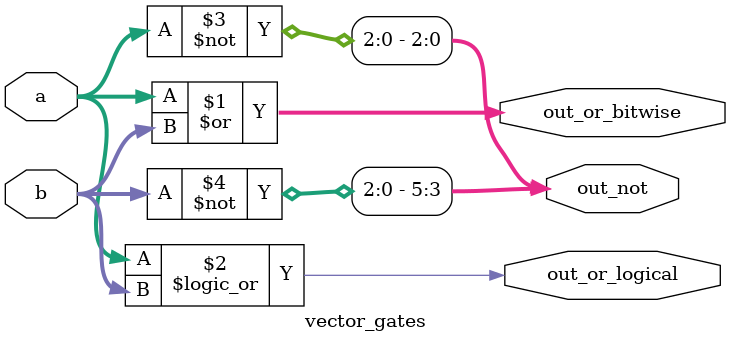
<source format=v>
`resetall
`timescale 1ns / 1ps
`default_nettype none

module vector_gates ( 
    input  wire [2:0] a,
    input  wire [2:0] b,
    output wire [2:0] out_or_bitwise,
    output wire       out_or_logical,
    output wire [5:0] out_not
);
    
    assign out_or_bitwise = a | b;
    assign out_or_logical = a || b;
    assign out_not = {~b, ~a};

endmodule
</source>
